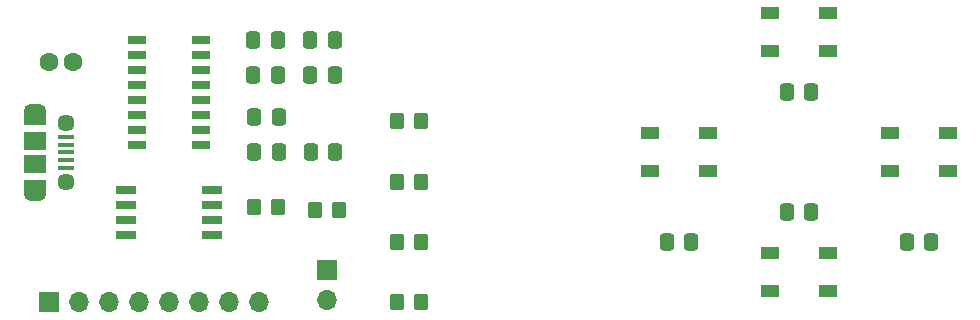
<source format=gbr>
%TF.GenerationSoftware,KiCad,Pcbnew,(6.0.7)*%
%TF.CreationDate,2022-09-13T21:36:05-06:00*%
%TF.ProjectId,attiny_rfid_light,61747469-6e79-45f7-9266-69645f6c6967,rev?*%
%TF.SameCoordinates,Original*%
%TF.FileFunction,Soldermask,Top*%
%TF.FilePolarity,Negative*%
%FSLAX46Y46*%
G04 Gerber Fmt 4.6, Leading zero omitted, Abs format (unit mm)*
G04 Created by KiCad (PCBNEW (6.0.7)) date 2022-09-13 21:36:05*
%MOMM*%
%LPD*%
G01*
G04 APERTURE LIST*
G04 Aperture macros list*
%AMRoundRect*
0 Rectangle with rounded corners*
0 $1 Rounding radius*
0 $2 $3 $4 $5 $6 $7 $8 $9 X,Y pos of 4 corners*
0 Add a 4 corners polygon primitive as box body*
4,1,4,$2,$3,$4,$5,$6,$7,$8,$9,$2,$3,0*
0 Add four circle primitives for the rounded corners*
1,1,$1+$1,$2,$3*
1,1,$1+$1,$4,$5*
1,1,$1+$1,$6,$7*
1,1,$1+$1,$8,$9*
0 Add four rect primitives between the rounded corners*
20,1,$1+$1,$2,$3,$4,$5,0*
20,1,$1+$1,$4,$5,$6,$7,0*
20,1,$1+$1,$6,$7,$8,$9,0*
20,1,$1+$1,$8,$9,$2,$3,0*%
G04 Aperture macros list end*
%ADD10R,1.700000X0.650000*%
%ADD11RoundRect,0.250000X-0.350000X-0.450000X0.350000X-0.450000X0.350000X0.450000X-0.350000X0.450000X0*%
%ADD12RoundRect,0.250000X0.350000X0.450000X-0.350000X0.450000X-0.350000X-0.450000X0.350000X-0.450000X0*%
%ADD13R,1.700000X1.700000*%
%ADD14O,1.700000X1.700000*%
%ADD15R,1.350000X0.400000*%
%ADD16R,1.900000X1.500000*%
%ADD17R,1.900000X1.200000*%
%ADD18O,1.900000X1.200000*%
%ADD19C,1.450000*%
%ADD20R,1.550000X0.650000*%
%ADD21R,1.500000X1.000000*%
%ADD22RoundRect,0.250000X-0.337500X-0.475000X0.337500X-0.475000X0.337500X0.475000X-0.337500X0.475000X0*%
%ADD23C,1.600000*%
%ADD24RoundRect,0.250000X0.337500X0.475000X-0.337500X0.475000X-0.337500X-0.475000X0.337500X-0.475000X0*%
G04 APERTURE END LIST*
D10*
%TO.C,U1*%
X80170000Y-89535000D03*
X80170000Y-90805000D03*
X80170000Y-92075000D03*
X80170000Y-93345000D03*
X87470000Y-93345000D03*
X87470000Y-92075000D03*
X87470000Y-90805000D03*
X87470000Y-89535000D03*
%TD*%
D11*
%TO.C,R_ANT1*%
X98196500Y-91267400D03*
X96196500Y-91267400D03*
%TD*%
%TO.C,R_5*%
X103131600Y-83697900D03*
X105131600Y-83697900D03*
%TD*%
%TO.C,R_4*%
X103140000Y-88900000D03*
X105140000Y-88900000D03*
%TD*%
%TO.C,R_3*%
X103140000Y-93980000D03*
X105140000Y-93980000D03*
%TD*%
D12*
%TO.C,R_2*%
X105140000Y-99060000D03*
X103140000Y-99060000D03*
%TD*%
D11*
%TO.C,R_1*%
X91042200Y-90988900D03*
X93042200Y-90988900D03*
%TD*%
D13*
%TO.C,L_ANT1*%
X97196500Y-96347400D03*
D14*
X97196500Y-98887400D03*
%TD*%
D15*
%TO.C,J_POWER1*%
X75122500Y-85060000D03*
X75122500Y-85710000D03*
X75122500Y-86360000D03*
X75122500Y-87010000D03*
X75122500Y-87660000D03*
D16*
X72422500Y-85360000D03*
D17*
X72422500Y-89260000D03*
D18*
X72422500Y-89860000D03*
D19*
X75122500Y-83860000D03*
D18*
X72422500Y-82860000D03*
D17*
X72422500Y-83460000D03*
D19*
X75122500Y-88860000D03*
D16*
X72422500Y-87360000D03*
%TD*%
D13*
%TO.C,J_DEBUG1*%
X73660000Y-99060000D03*
D14*
X76200000Y-99060000D03*
X78740000Y-99060000D03*
X81280000Y-99060000D03*
X83820000Y-99060000D03*
X86360000Y-99060000D03*
X88900000Y-99060000D03*
X91440000Y-99060000D03*
%TD*%
D20*
%TO.C,IC1*%
X81095000Y-76835000D03*
X81095000Y-78105000D03*
X81095000Y-79375000D03*
X81095000Y-80645000D03*
X81095000Y-81915000D03*
X81095000Y-83185000D03*
X81095000Y-84455000D03*
X81095000Y-85725000D03*
X86545000Y-85725000D03*
X86545000Y-84455000D03*
X86545000Y-83185000D03*
X86545000Y-81915000D03*
X86545000Y-80645000D03*
X86545000Y-79375000D03*
X86545000Y-78105000D03*
X86545000Y-76835000D03*
%TD*%
D21*
%TO.C,D4*%
X124550000Y-84760000D03*
X124550000Y-87960000D03*
X129450000Y-87960000D03*
X129450000Y-84760000D03*
%TD*%
%TO.C,D3*%
X134710000Y-74600000D03*
X134710000Y-77800000D03*
X139610000Y-77800000D03*
X139610000Y-74600000D03*
%TD*%
%TO.C,D2*%
X144870000Y-84760000D03*
X144870000Y-87960000D03*
X149770000Y-87960000D03*
X149770000Y-84760000D03*
%TD*%
%TO.C,D1*%
X139610000Y-98120000D03*
X139610000Y-94920000D03*
X134710000Y-94920000D03*
X134710000Y-98120000D03*
%TD*%
D22*
%TO.C,C_RES1*%
X97826900Y-76832200D03*
X95751900Y-76832200D03*
%TD*%
%TO.C,C_FCAP1*%
X93016900Y-76832200D03*
X90941900Y-76832200D03*
%TD*%
%TO.C,C_DV2*%
X91012500Y-83350000D03*
X93087500Y-83350000D03*
%TD*%
%TO.C,C_DV1*%
X93016900Y-79842200D03*
X90941900Y-79842200D03*
%TD*%
%TO.C,C_DEC1*%
X91012500Y-86360000D03*
X93087500Y-86360000D03*
%TD*%
%TO.C,C_DC2*%
X95750500Y-79838900D03*
X97825500Y-79838900D03*
%TD*%
D23*
%TO.C,C_Big1*%
X73660000Y-78740000D03*
X75660000Y-78740000D03*
%TD*%
D22*
%TO.C,C_AGND1*%
X95822500Y-86360000D03*
X97897500Y-86360000D03*
%TD*%
%TO.C,C4*%
X125962500Y-93980000D03*
X128037500Y-93980000D03*
%TD*%
%TO.C,C3*%
X136122500Y-81280000D03*
X138197500Y-81280000D03*
%TD*%
%TO.C,C2*%
X146282500Y-93980000D03*
X148357500Y-93980000D03*
%TD*%
D24*
%TO.C,C1*%
X138197500Y-91440000D03*
X136122500Y-91440000D03*
%TD*%
M02*

</source>
